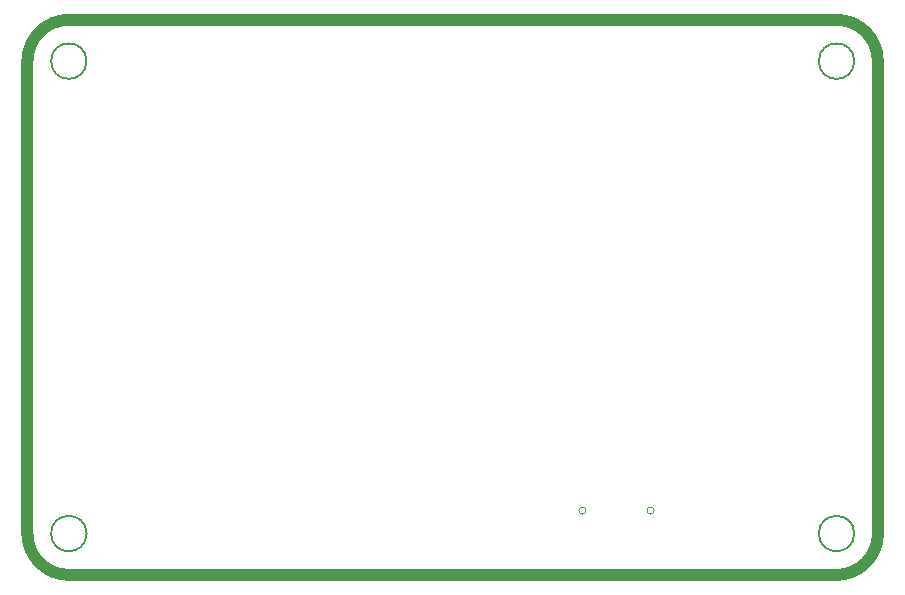
<source format=gbr>
%TF.GenerationSoftware,KiCad,Pcbnew,7.0.9*%
%TF.CreationDate,2023-12-08T19:14:30-07:00*%
%TF.ProjectId,mini_motor_go_V1_rev3,6d696e69-5f6d-46f7-946f-725f676f5f56,rev?*%
%TF.SameCoordinates,Original*%
%TF.FileFunction,Profile,NP*%
%FSLAX46Y46*%
G04 Gerber Fmt 4.6, Leading zero omitted, Abs format (unit mm)*
G04 Created by KiCad (PCBNEW 7.0.9) date 2023-12-08 19:14:30*
%MOMM*%
%LPD*%
G01*
G04 APERTURE LIST*
%TA.AperFunction,Profile*%
%ADD10C,1.000000*%
%TD*%
%TA.AperFunction,Profile*%
%ADD11C,0.200000*%
%TD*%
%TA.AperFunction,Profile*%
%ADD12C,0.010000*%
%TD*%
G04 APERTURE END LIST*
D10*
X114500000Y-93000000D02*
G75*
G03*
X118000000Y-96500000I3500000J0D01*
G01*
D11*
X184500000Y-93000000D02*
G75*
G03*
X184500000Y-93000000I-1500000J0D01*
G01*
D10*
X186500000Y-53000000D02*
X186510000Y-92980000D01*
X182990000Y-96500000D02*
G75*
G03*
X186510000Y-92980000I0J3520000D01*
G01*
X118000000Y-49500000D02*
G75*
G03*
X114500000Y-53000000I0J-3500000D01*
G01*
X118000000Y-49500000D02*
X183000000Y-49500000D01*
D11*
X119500000Y-93000000D02*
G75*
G03*
X119500000Y-93000000I-1500000J0D01*
G01*
D10*
X182981600Y-96500000D02*
X170540000Y-96500000D01*
D11*
X119500000Y-53000000D02*
G75*
G03*
X119500000Y-53000000I-1500000J0D01*
G01*
X184500000Y-53000000D02*
G75*
G03*
X184500000Y-53000000I-1500000J0D01*
G01*
D10*
X186500000Y-53000000D02*
G75*
G03*
X183000000Y-49500000I-3500000J0D01*
G01*
X118000000Y-96500000D02*
X170540000Y-96500000D01*
X114500000Y-53000000D02*
X114500000Y-93000000D01*
D12*
%TO.C,J11*%
X161783383Y-91048935D02*
G75*
G03*
X161783383Y-91048935I-300000J0D01*
G01*
X167560000Y-91050000D02*
G75*
G03*
X167560000Y-91050000I-300000J0D01*
G01*
%TD*%
M02*

</source>
